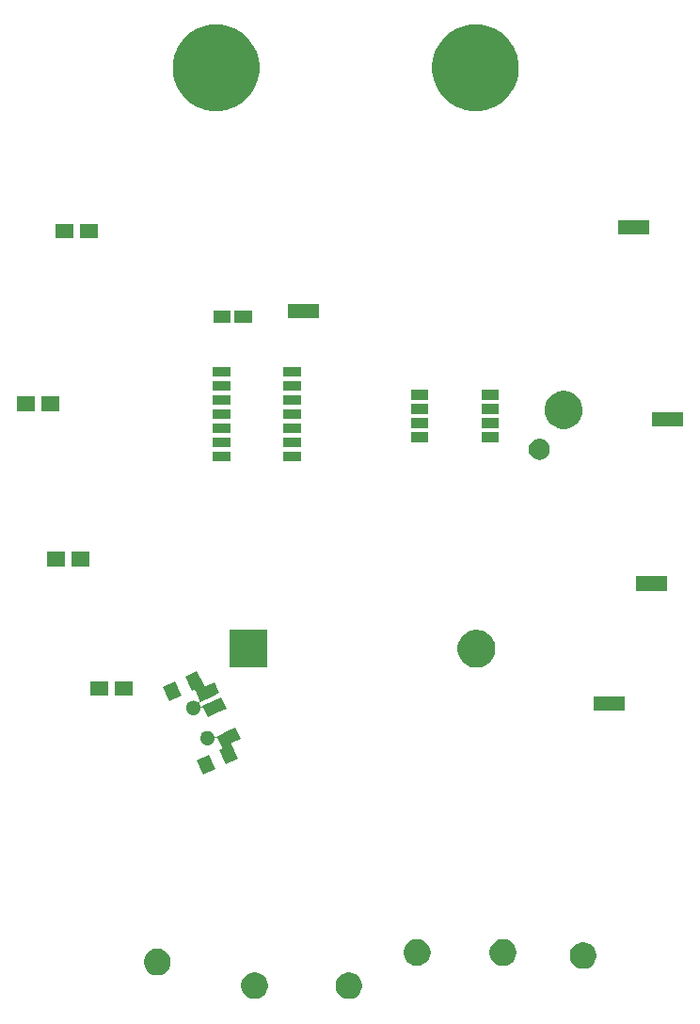
<source format=gbs>
G04 #@! TF.GenerationSoftware,KiCad,Pcbnew,(5.0.2)-1*
G04 #@! TF.CreationDate,2019-05-02T20:45:04-04:00*
G04 #@! TF.ProjectId,Badge2019,42616467-6532-4303-9139-2e6b69636164,rev?*
G04 #@! TF.SameCoordinates,Original*
G04 #@! TF.FileFunction,Soldermask,Bot*
G04 #@! TF.FilePolarity,Negative*
%FSLAX46Y46*%
G04 Gerber Fmt 4.6, Leading zero omitted, Abs format (unit mm)*
G04 Created by KiCad (PCBNEW (5.0.2)-1) date 5/2/2019 8:45:04 PM*
%MOMM*%
%LPD*%
G01*
G04 APERTURE LIST*
%ADD10C,0.100000*%
G04 APERTURE END LIST*
D10*
G36*
X207934066Y-135703855D02*
X208152452Y-135794313D01*
X208348998Y-135925641D01*
X208516139Y-136092782D01*
X208647467Y-136289328D01*
X208737925Y-136507714D01*
X208784040Y-136739549D01*
X208784040Y-136975931D01*
X208737925Y-137207766D01*
X208647467Y-137426152D01*
X208516139Y-137622698D01*
X208348998Y-137789839D01*
X208152452Y-137921167D01*
X207934066Y-138011625D01*
X207702231Y-138057740D01*
X207465849Y-138057740D01*
X207234014Y-138011625D01*
X207015628Y-137921167D01*
X206819082Y-137789839D01*
X206651941Y-137622698D01*
X206520613Y-137426152D01*
X206430155Y-137207766D01*
X206384040Y-136975931D01*
X206384040Y-136739549D01*
X206430155Y-136507714D01*
X206520613Y-136289328D01*
X206651941Y-136092782D01*
X206819082Y-135925641D01*
X207015628Y-135794313D01*
X207234014Y-135703855D01*
X207465849Y-135657740D01*
X207702231Y-135657740D01*
X207934066Y-135703855D01*
X207934066Y-135703855D01*
G37*
G36*
X199445386Y-135688615D02*
X199663772Y-135779073D01*
X199860318Y-135910401D01*
X200027459Y-136077542D01*
X200158787Y-136274088D01*
X200249245Y-136492474D01*
X200295360Y-136724309D01*
X200295360Y-136960691D01*
X200249245Y-137192526D01*
X200158787Y-137410912D01*
X200027459Y-137607458D01*
X199860318Y-137774599D01*
X199663772Y-137905927D01*
X199445386Y-137996385D01*
X199213551Y-138042500D01*
X198977169Y-138042500D01*
X198745334Y-137996385D01*
X198526948Y-137905927D01*
X198330402Y-137774599D01*
X198163261Y-137607458D01*
X198031933Y-137410912D01*
X197941475Y-137192526D01*
X197895360Y-136960691D01*
X197895360Y-136724309D01*
X197941475Y-136492474D01*
X198031933Y-136274088D01*
X198163261Y-136077542D01*
X198330402Y-135910401D01*
X198526948Y-135779073D01*
X198745334Y-135688615D01*
X198977169Y-135642500D01*
X199213551Y-135642500D01*
X199445386Y-135688615D01*
X199445386Y-135688615D01*
G37*
G36*
X190687466Y-133567715D02*
X190905852Y-133658173D01*
X191102398Y-133789501D01*
X191269539Y-133956642D01*
X191400867Y-134153188D01*
X191491325Y-134371574D01*
X191537440Y-134603409D01*
X191537440Y-134839791D01*
X191491325Y-135071626D01*
X191400867Y-135290012D01*
X191269539Y-135486558D01*
X191102398Y-135653699D01*
X190905852Y-135785027D01*
X190687466Y-135875485D01*
X190455631Y-135921600D01*
X190219249Y-135921600D01*
X189987414Y-135875485D01*
X189769028Y-135785027D01*
X189572482Y-135653699D01*
X189405341Y-135486558D01*
X189274013Y-135290012D01*
X189183555Y-135071626D01*
X189137440Y-134839791D01*
X189137440Y-134603409D01*
X189183555Y-134371574D01*
X189274013Y-134153188D01*
X189405341Y-133956642D01*
X189572482Y-133789501D01*
X189769028Y-133658173D01*
X189987414Y-133567715D01*
X190219249Y-133521600D01*
X190455631Y-133521600D01*
X190687466Y-133567715D01*
X190687466Y-133567715D01*
G37*
G36*
X229010986Y-132980975D02*
X229229372Y-133071433D01*
X229425918Y-133202761D01*
X229593059Y-133369902D01*
X229724387Y-133566448D01*
X229814845Y-133784834D01*
X229860960Y-134016669D01*
X229860960Y-134253051D01*
X229814845Y-134484886D01*
X229724387Y-134703272D01*
X229593059Y-134899818D01*
X229425918Y-135066959D01*
X229229372Y-135198287D01*
X229010986Y-135288745D01*
X228779151Y-135334860D01*
X228542769Y-135334860D01*
X228310934Y-135288745D01*
X228092548Y-135198287D01*
X227896002Y-135066959D01*
X227728861Y-134899818D01*
X227597533Y-134703272D01*
X227507075Y-134484886D01*
X227460960Y-134253051D01*
X227460960Y-134016669D01*
X227507075Y-133784834D01*
X227597533Y-133566448D01*
X227728861Y-133369902D01*
X227896002Y-133202761D01*
X228092548Y-133071433D01*
X228310934Y-132980975D01*
X228542769Y-132934860D01*
X228779151Y-132934860D01*
X229010986Y-132980975D01*
X229010986Y-132980975D01*
G37*
G36*
X221797386Y-132716815D02*
X222015772Y-132807273D01*
X222212318Y-132938601D01*
X222379459Y-133105742D01*
X222510787Y-133302288D01*
X222601245Y-133520674D01*
X222647360Y-133752509D01*
X222647360Y-133988891D01*
X222601245Y-134220726D01*
X222510787Y-134439112D01*
X222379459Y-134635658D01*
X222212318Y-134802799D01*
X222015772Y-134934127D01*
X221797386Y-135024585D01*
X221565551Y-135070700D01*
X221329169Y-135070700D01*
X221097334Y-135024585D01*
X220878948Y-134934127D01*
X220682402Y-134802799D01*
X220515261Y-134635658D01*
X220383933Y-134439112D01*
X220293475Y-134220726D01*
X220247360Y-133988891D01*
X220247360Y-133752509D01*
X220293475Y-133520674D01*
X220383933Y-133302288D01*
X220515261Y-133105742D01*
X220682402Y-132938601D01*
X220878948Y-132807273D01*
X221097334Y-132716815D01*
X221329169Y-132670700D01*
X221565551Y-132670700D01*
X221797386Y-132716815D01*
X221797386Y-132716815D01*
G37*
G36*
X214070706Y-132706655D02*
X214289092Y-132797113D01*
X214485638Y-132928441D01*
X214652779Y-133095582D01*
X214784107Y-133292128D01*
X214874565Y-133510514D01*
X214920680Y-133742349D01*
X214920680Y-133978731D01*
X214874565Y-134210566D01*
X214784107Y-134428952D01*
X214652779Y-134625498D01*
X214485638Y-134792639D01*
X214289092Y-134923967D01*
X214070706Y-135014425D01*
X213838871Y-135060540D01*
X213602489Y-135060540D01*
X213370654Y-135014425D01*
X213152268Y-134923967D01*
X212955722Y-134792639D01*
X212788581Y-134625498D01*
X212657253Y-134428952D01*
X212566795Y-134210566D01*
X212520680Y-133978731D01*
X212520680Y-133742349D01*
X212566795Y-133510514D01*
X212657253Y-133292128D01*
X212788581Y-133095582D01*
X212955722Y-132928441D01*
X213152268Y-132797113D01*
X213370654Y-132706655D01*
X213602489Y-132660540D01*
X213838871Y-132660540D01*
X214070706Y-132706655D01*
X214070706Y-132706655D01*
G37*
G36*
X195596815Y-117379093D02*
X194509245Y-117886235D01*
X193917579Y-116617403D01*
X195005149Y-116110261D01*
X195596815Y-117379093D01*
X195596815Y-117379093D01*
G37*
G36*
X197851004Y-114617710D02*
X197057984Y-114987501D01*
X197036897Y-114999983D01*
X197018651Y-115016340D01*
X197003947Y-115035942D01*
X196993349Y-115058036D01*
X196987266Y-115081774D01*
X196985930Y-115106241D01*
X196989393Y-115130500D01*
X196997523Y-115153616D01*
X197599755Y-116445106D01*
X196512185Y-116952248D01*
X195920519Y-115683417D01*
X196079123Y-115609459D01*
X196100210Y-115596976D01*
X196118456Y-115580619D01*
X196133160Y-115561017D01*
X196143758Y-115538923D01*
X196149841Y-115515186D01*
X196151177Y-115490718D01*
X196147714Y-115466459D01*
X196139584Y-115443343D01*
X195733794Y-114573124D01*
X195721312Y-114552037D01*
X195704955Y-114533791D01*
X195685353Y-114519087D01*
X195663258Y-114508489D01*
X195639521Y-114502406D01*
X195615054Y-114501070D01*
X195590795Y-114504533D01*
X195567679Y-114512663D01*
X195546592Y-114525145D01*
X195528346Y-114541502D01*
X195513642Y-114561104D01*
X195503044Y-114583199D01*
X195496961Y-114606936D01*
X195495506Y-114625951D01*
X195495506Y-114648827D01*
X195470527Y-114774403D01*
X195421529Y-114892696D01*
X195350392Y-114999160D01*
X195259860Y-115089692D01*
X195153396Y-115160829D01*
X195069751Y-115195476D01*
X195035104Y-115209827D01*
X194993244Y-115218153D01*
X194909527Y-115234806D01*
X194781485Y-115234806D01*
X194697768Y-115218153D01*
X194655908Y-115209827D01*
X194621261Y-115195476D01*
X194537616Y-115160829D01*
X194431152Y-115089692D01*
X194340620Y-114999160D01*
X194269483Y-114892696D01*
X194220485Y-114774403D01*
X194195506Y-114648827D01*
X194195506Y-114520785D01*
X194213514Y-114430255D01*
X194220485Y-114395208D01*
X194234836Y-114360561D01*
X194269483Y-114276916D01*
X194340620Y-114170452D01*
X194431152Y-114079920D01*
X194537616Y-114008783D01*
X194621261Y-113974136D01*
X194655908Y-113959785D01*
X194697768Y-113951459D01*
X194781485Y-113934806D01*
X194909527Y-113934806D01*
X194993244Y-113951459D01*
X195035104Y-113959785D01*
X195069751Y-113974136D01*
X195153396Y-114008783D01*
X195259860Y-114079920D01*
X195350392Y-114170452D01*
X195421528Y-114276915D01*
X195461807Y-114374157D01*
X195473358Y-114395767D01*
X195488904Y-114414709D01*
X195507846Y-114430255D01*
X195529457Y-114441806D01*
X195552906Y-114448919D01*
X195577292Y-114451321D01*
X195601678Y-114448919D01*
X195630119Y-114439609D01*
X196739406Y-113922340D01*
X197386123Y-113620771D01*
X197386124Y-113620771D01*
X197851004Y-114617710D01*
X197851004Y-114617710D01*
G37*
G36*
X194525206Y-109851717D02*
X194537688Y-109872804D01*
X194554045Y-109891050D01*
X194573647Y-109905754D01*
X194595741Y-109916352D01*
X194619479Y-109922435D01*
X194643946Y-109923771D01*
X194668205Y-109920308D01*
X194691318Y-109912179D01*
X195484341Y-109542386D01*
X195484342Y-109542386D01*
X195949222Y-110539325D01*
X195350915Y-110818320D01*
X194227237Y-111342300D01*
X194193325Y-111358113D01*
X194172238Y-111370595D01*
X194153992Y-111386952D01*
X194139288Y-111406554D01*
X194128690Y-111428648D01*
X194122607Y-111452386D01*
X194121271Y-111476853D01*
X194124734Y-111501112D01*
X194132864Y-111524228D01*
X194142218Y-111540846D01*
X194153673Y-111557989D01*
X194193952Y-111655233D01*
X194205503Y-111676844D01*
X194221048Y-111695786D01*
X194239991Y-111711332D01*
X194261601Y-111722883D01*
X194285050Y-111729996D01*
X194309437Y-111732398D01*
X194333823Y-111729996D01*
X194362264Y-111720686D01*
X195494532Y-111192701D01*
X196118268Y-110901848D01*
X196118269Y-110901848D01*
X196583149Y-111898787D01*
X195765135Y-112280233D01*
X194861164Y-112701762D01*
X194861163Y-112701762D01*
X194465939Y-111854201D01*
X194453457Y-111833114D01*
X194437100Y-111814868D01*
X194417498Y-111800164D01*
X194395404Y-111789566D01*
X194371666Y-111783483D01*
X194347199Y-111782147D01*
X194322940Y-111785610D01*
X194299824Y-111793740D01*
X194278737Y-111806222D01*
X194260491Y-111822579D01*
X194245787Y-111842181D01*
X194235189Y-111864275D01*
X194229106Y-111888013D01*
X194227651Y-111907028D01*
X194227651Y-111929903D01*
X194202672Y-112055479D01*
X194153674Y-112173772D01*
X194082537Y-112280236D01*
X193992005Y-112370768D01*
X193885541Y-112441905D01*
X193801896Y-112476552D01*
X193767249Y-112490903D01*
X193725389Y-112499229D01*
X193641672Y-112515882D01*
X193513630Y-112515882D01*
X193429913Y-112499229D01*
X193388053Y-112490903D01*
X193353406Y-112476552D01*
X193269761Y-112441905D01*
X193163297Y-112370768D01*
X193072765Y-112280236D01*
X193001628Y-112173772D01*
X192952630Y-112055479D01*
X192927651Y-111929903D01*
X192927651Y-111801861D01*
X192952630Y-111676285D01*
X193001628Y-111557992D01*
X193072765Y-111451528D01*
X193163297Y-111360996D01*
X193269761Y-111289859D01*
X193353406Y-111255212D01*
X193388053Y-111240861D01*
X193429913Y-111232535D01*
X193513630Y-111215882D01*
X193641672Y-111215882D01*
X193725389Y-111232535D01*
X193767249Y-111240861D01*
X193801896Y-111255212D01*
X193885541Y-111289859D01*
X193974743Y-111349462D01*
X193996354Y-111361013D01*
X194019803Y-111368126D01*
X194044189Y-111370528D01*
X194068576Y-111368126D01*
X194092025Y-111361013D01*
X194113636Y-111349462D01*
X194132578Y-111333916D01*
X194148123Y-111314974D01*
X194159674Y-111293363D01*
X194166787Y-111269914D01*
X194169189Y-111245528D01*
X194166787Y-111221141D01*
X194157478Y-111192701D01*
X194021851Y-110901848D01*
X193762357Y-110345361D01*
X193751792Y-110322703D01*
X193739309Y-110301616D01*
X193722952Y-110283370D01*
X193703350Y-110268666D01*
X193681256Y-110258068D01*
X193657519Y-110251985D01*
X193633051Y-110250649D01*
X193608792Y-110254112D01*
X193585676Y-110262242D01*
X193427071Y-110336201D01*
X192835405Y-109067369D01*
X193922975Y-108560227D01*
X194525206Y-109851717D01*
X194525206Y-109851717D01*
G37*
G36*
X232414420Y-112107320D02*
X229601420Y-112107320D01*
X229601420Y-110818320D01*
X232414420Y-110818320D01*
X232414420Y-112107320D01*
X232414420Y-112107320D01*
G37*
G36*
X192511701Y-110763046D02*
X191424131Y-111270188D01*
X190832465Y-110001356D01*
X191920035Y-109494214D01*
X192511701Y-110763046D01*
X192511701Y-110763046D01*
G37*
G36*
X188115020Y-110761540D02*
X186515020Y-110761540D01*
X186515020Y-109461540D01*
X188115020Y-109461540D01*
X188115020Y-110761540D01*
X188115020Y-110761540D01*
G37*
G36*
X185915020Y-110761540D02*
X184315020Y-110761540D01*
X184315020Y-109461540D01*
X185915020Y-109461540D01*
X185915020Y-110761540D01*
X185915020Y-110761540D01*
G37*
G36*
X200264500Y-108237760D02*
X196864500Y-108237760D01*
X196864500Y-104837760D01*
X200264500Y-104837760D01*
X200264500Y-108237760D01*
X200264500Y-108237760D01*
G37*
G36*
X219440893Y-104881313D02*
X219550372Y-104903090D01*
X219859752Y-105031239D01*
X220138187Y-105217283D01*
X220374977Y-105454073D01*
X220561021Y-105732508D01*
X220689170Y-106041888D01*
X220754500Y-106370325D01*
X220754500Y-106705195D01*
X220689170Y-107033632D01*
X220561021Y-107343012D01*
X220374977Y-107621447D01*
X220138187Y-107858237D01*
X219859752Y-108044281D01*
X219550372Y-108172430D01*
X219440893Y-108194207D01*
X219221937Y-108237760D01*
X218887063Y-108237760D01*
X218668107Y-108194207D01*
X218558628Y-108172430D01*
X218249248Y-108044281D01*
X217970813Y-107858237D01*
X217734023Y-107621447D01*
X217547979Y-107343012D01*
X217419830Y-107033632D01*
X217354500Y-106705195D01*
X217354500Y-106370325D01*
X217419830Y-106041888D01*
X217547979Y-105732508D01*
X217734023Y-105454073D01*
X217970813Y-105217283D01*
X218249248Y-105031239D01*
X218558628Y-104903090D01*
X218668107Y-104881313D01*
X218887063Y-104837760D01*
X219221937Y-104837760D01*
X219440893Y-104881313D01*
X219440893Y-104881313D01*
G37*
G36*
X236204100Y-101317400D02*
X233391100Y-101317400D01*
X233391100Y-100028400D01*
X236204100Y-100028400D01*
X236204100Y-101317400D01*
X236204100Y-101317400D01*
G37*
G36*
X184259300Y-99130880D02*
X182659300Y-99130880D01*
X182659300Y-97830880D01*
X184259300Y-97830880D01*
X184259300Y-99130880D01*
X184259300Y-99130880D01*
G37*
G36*
X182059300Y-99130880D02*
X180459300Y-99130880D01*
X180459300Y-97830880D01*
X182059300Y-97830880D01*
X182059300Y-99130880D01*
X182059300Y-99130880D01*
G37*
G36*
X196905220Y-89696900D02*
X195362220Y-89696900D01*
X195362220Y-88788900D01*
X196905220Y-88788900D01*
X196905220Y-89696900D01*
X196905220Y-89696900D01*
G37*
G36*
X203255220Y-89696900D02*
X201712220Y-89696900D01*
X201712220Y-88788900D01*
X203255220Y-88788900D01*
X203255220Y-89696900D01*
X203255220Y-89696900D01*
G37*
G36*
X224860871Y-87656867D02*
X224998525Y-87684248D01*
X225171414Y-87755861D01*
X225327010Y-87859827D01*
X225459333Y-87992150D01*
X225563299Y-88147746D01*
X225634912Y-88320635D01*
X225671420Y-88504173D01*
X225671420Y-88691307D01*
X225634912Y-88874845D01*
X225563299Y-89047734D01*
X225459333Y-89203330D01*
X225327010Y-89335653D01*
X225171414Y-89439619D01*
X224998525Y-89511232D01*
X224860871Y-89538613D01*
X224814988Y-89547740D01*
X224627852Y-89547740D01*
X224581969Y-89538613D01*
X224444315Y-89511232D01*
X224271426Y-89439619D01*
X224115830Y-89335653D01*
X223983507Y-89203330D01*
X223879541Y-89047734D01*
X223807928Y-88874845D01*
X223771420Y-88691307D01*
X223771420Y-88504173D01*
X223807928Y-88320635D01*
X223879541Y-88147746D01*
X223983507Y-87992150D01*
X224115830Y-87859827D01*
X224271426Y-87755861D01*
X224444315Y-87684248D01*
X224581968Y-87656867D01*
X224627852Y-87647740D01*
X224814988Y-87647740D01*
X224860871Y-87656867D01*
X224860871Y-87656867D01*
G37*
G36*
X196905220Y-88426900D02*
X195362220Y-88426900D01*
X195362220Y-87518900D01*
X196905220Y-87518900D01*
X196905220Y-88426900D01*
X196905220Y-88426900D01*
G37*
G36*
X203255220Y-88426900D02*
X201712220Y-88426900D01*
X201712220Y-87518900D01*
X203255220Y-87518900D01*
X203255220Y-88426900D01*
X203255220Y-88426900D01*
G37*
G36*
X214687760Y-87974780D02*
X213144760Y-87974780D01*
X213144760Y-87066780D01*
X214687760Y-87066780D01*
X214687760Y-87974780D01*
X214687760Y-87974780D01*
G37*
G36*
X221037760Y-87974780D02*
X219494760Y-87974780D01*
X219494760Y-87066780D01*
X221037760Y-87066780D01*
X221037760Y-87974780D01*
X221037760Y-87974780D01*
G37*
G36*
X203255220Y-87156900D02*
X201712220Y-87156900D01*
X201712220Y-86248900D01*
X203255220Y-86248900D01*
X203255220Y-87156900D01*
X203255220Y-87156900D01*
G37*
G36*
X196905220Y-87156900D02*
X195362220Y-87156900D01*
X195362220Y-86248900D01*
X196905220Y-86248900D01*
X196905220Y-87156900D01*
X196905220Y-87156900D01*
G37*
G36*
X227289673Y-83397993D02*
X227399152Y-83419770D01*
X227708532Y-83547919D01*
X227986967Y-83733963D01*
X228223757Y-83970753D01*
X228409801Y-84249188D01*
X228524783Y-84526780D01*
X228537950Y-84558569D01*
X228603280Y-84887003D01*
X228603280Y-85221877D01*
X228560931Y-85434780D01*
X228537950Y-85550312D01*
X228409801Y-85859692D01*
X228223757Y-86138127D01*
X227986967Y-86374917D01*
X227708532Y-86560961D01*
X227399152Y-86689110D01*
X227320373Y-86704780D01*
X227070717Y-86754440D01*
X226735843Y-86754440D01*
X226486187Y-86704780D01*
X226407408Y-86689110D01*
X226098028Y-86560961D01*
X225819593Y-86374917D01*
X225582803Y-86138127D01*
X225396759Y-85859692D01*
X225268610Y-85550312D01*
X225245629Y-85434780D01*
X225203280Y-85221877D01*
X225203280Y-84887003D01*
X225268610Y-84558569D01*
X225281777Y-84526780D01*
X225396759Y-84249188D01*
X225582803Y-83970753D01*
X225819593Y-83733963D01*
X226098028Y-83547919D01*
X226407408Y-83419770D01*
X226516887Y-83397993D01*
X226735843Y-83354440D01*
X227070717Y-83354440D01*
X227289673Y-83397993D01*
X227289673Y-83397993D01*
G37*
G36*
X221037760Y-86704780D02*
X219494760Y-86704780D01*
X219494760Y-85796780D01*
X221037760Y-85796780D01*
X221037760Y-86704780D01*
X221037760Y-86704780D01*
G37*
G36*
X214687760Y-86704780D02*
X213144760Y-86704780D01*
X213144760Y-85796780D01*
X214687760Y-85796780D01*
X214687760Y-86704780D01*
X214687760Y-86704780D01*
G37*
G36*
X237654440Y-86572700D02*
X234841440Y-86572700D01*
X234841440Y-85283700D01*
X237654440Y-85283700D01*
X237654440Y-86572700D01*
X237654440Y-86572700D01*
G37*
G36*
X196905220Y-85886900D02*
X195362220Y-85886900D01*
X195362220Y-84978900D01*
X196905220Y-84978900D01*
X196905220Y-85886900D01*
X196905220Y-85886900D01*
G37*
G36*
X203255220Y-85886900D02*
X201712220Y-85886900D01*
X201712220Y-84978900D01*
X203255220Y-84978900D01*
X203255220Y-85886900D01*
X203255220Y-85886900D01*
G37*
G36*
X221037760Y-85434780D02*
X219494760Y-85434780D01*
X219494760Y-84526780D01*
X221037760Y-84526780D01*
X221037760Y-85434780D01*
X221037760Y-85434780D01*
G37*
G36*
X214687760Y-85434780D02*
X213144760Y-85434780D01*
X213144760Y-84526780D01*
X214687760Y-84526780D01*
X214687760Y-85434780D01*
X214687760Y-85434780D01*
G37*
G36*
X181536420Y-85158340D02*
X179936420Y-85158340D01*
X179936420Y-83858340D01*
X181536420Y-83858340D01*
X181536420Y-85158340D01*
X181536420Y-85158340D01*
G37*
G36*
X179336420Y-85158340D02*
X177736420Y-85158340D01*
X177736420Y-83858340D01*
X179336420Y-83858340D01*
X179336420Y-85158340D01*
X179336420Y-85158340D01*
G37*
G36*
X203255220Y-84616900D02*
X201712220Y-84616900D01*
X201712220Y-83708900D01*
X203255220Y-83708900D01*
X203255220Y-84616900D01*
X203255220Y-84616900D01*
G37*
G36*
X196905220Y-84616900D02*
X195362220Y-84616900D01*
X195362220Y-83708900D01*
X196905220Y-83708900D01*
X196905220Y-84616900D01*
X196905220Y-84616900D01*
G37*
G36*
X221037760Y-84164780D02*
X219494760Y-84164780D01*
X219494760Y-83256780D01*
X221037760Y-83256780D01*
X221037760Y-84164780D01*
X221037760Y-84164780D01*
G37*
G36*
X214687760Y-84164780D02*
X213144760Y-84164780D01*
X213144760Y-83256780D01*
X214687760Y-83256780D01*
X214687760Y-84164780D01*
X214687760Y-84164780D01*
G37*
G36*
X203255220Y-83346900D02*
X201712220Y-83346900D01*
X201712220Y-82438900D01*
X203255220Y-82438900D01*
X203255220Y-83346900D01*
X203255220Y-83346900D01*
G37*
G36*
X196905220Y-83346900D02*
X195362220Y-83346900D01*
X195362220Y-82438900D01*
X196905220Y-82438900D01*
X196905220Y-83346900D01*
X196905220Y-83346900D01*
G37*
G36*
X203255220Y-82076900D02*
X201712220Y-82076900D01*
X201712220Y-81168900D01*
X203255220Y-81168900D01*
X203255220Y-82076900D01*
X203255220Y-82076900D01*
G37*
G36*
X196905220Y-82076900D02*
X195362220Y-82076900D01*
X195362220Y-81168900D01*
X196905220Y-81168900D01*
X196905220Y-82076900D01*
X196905220Y-82076900D01*
G37*
G36*
X198864160Y-77265220D02*
X197264160Y-77265220D01*
X197264160Y-76115220D01*
X198864160Y-76115220D01*
X198864160Y-77265220D01*
X198864160Y-77265220D01*
G37*
G36*
X196964160Y-77265220D02*
X195364160Y-77265220D01*
X195364160Y-76115220D01*
X196964160Y-76115220D01*
X196964160Y-77265220D01*
X196964160Y-77265220D01*
G37*
G36*
X204918920Y-76814020D02*
X202105920Y-76814020D01*
X202105920Y-75525020D01*
X204918920Y-75525020D01*
X204918920Y-76814020D01*
X204918920Y-76814020D01*
G37*
G36*
X185011140Y-69623700D02*
X183411140Y-69623700D01*
X183411140Y-68323700D01*
X185011140Y-68323700D01*
X185011140Y-69623700D01*
X185011140Y-69623700D01*
G37*
G36*
X182811140Y-69623700D02*
X181211140Y-69623700D01*
X181211140Y-68323700D01*
X182811140Y-68323700D01*
X182811140Y-69623700D01*
X182811140Y-69623700D01*
G37*
G36*
X234596280Y-69265140D02*
X231783280Y-69265140D01*
X231783280Y-67976140D01*
X234596280Y-67976140D01*
X234596280Y-69265140D01*
X234596280Y-69265140D01*
G37*
G36*
X219857291Y-50484797D02*
X220108448Y-50534755D01*
X220818203Y-50828745D01*
X221448461Y-51249871D01*
X221456968Y-51255555D01*
X222000185Y-51798772D01*
X222000187Y-51798775D01*
X222426995Y-52437537D01*
X222599654Y-52854372D01*
X222720985Y-53147293D01*
X222870860Y-53900762D01*
X222870860Y-54668998D01*
X222827918Y-54884880D01*
X222720985Y-55422468D01*
X222426995Y-56132223D01*
X222005869Y-56762481D01*
X222000185Y-56770988D01*
X221456968Y-57314205D01*
X221456965Y-57314207D01*
X220818203Y-57741015D01*
X220108448Y-58035005D01*
X219857291Y-58084963D01*
X219354978Y-58184880D01*
X218586742Y-58184880D01*
X218084429Y-58084963D01*
X217833272Y-58035005D01*
X217123517Y-57741015D01*
X216484755Y-57314207D01*
X216484752Y-57314205D01*
X215941535Y-56770988D01*
X215935851Y-56762481D01*
X215514725Y-56132223D01*
X215220735Y-55422468D01*
X215113802Y-54884880D01*
X215070860Y-54668998D01*
X215070860Y-53900762D01*
X215220735Y-53147293D01*
X215342067Y-52854372D01*
X215514725Y-52437537D01*
X215941533Y-51798775D01*
X215941535Y-51798772D01*
X216484752Y-51255555D01*
X216493259Y-51249871D01*
X217123517Y-50828745D01*
X217833272Y-50534755D01*
X218084429Y-50484797D01*
X218586742Y-50384880D01*
X219354978Y-50384880D01*
X219857291Y-50484797D01*
X219857291Y-50484797D01*
G37*
G36*
X196517231Y-50484797D02*
X196768388Y-50534755D01*
X197478143Y-50828745D01*
X198108401Y-51249871D01*
X198116908Y-51255555D01*
X198660125Y-51798772D01*
X198660127Y-51798775D01*
X199086935Y-52437537D01*
X199259594Y-52854372D01*
X199380925Y-53147293D01*
X199530800Y-53900762D01*
X199530800Y-54668998D01*
X199487858Y-54884880D01*
X199380925Y-55422468D01*
X199086935Y-56132223D01*
X198665809Y-56762481D01*
X198660125Y-56770988D01*
X198116908Y-57314205D01*
X198116905Y-57314207D01*
X197478143Y-57741015D01*
X196768388Y-58035005D01*
X196517231Y-58084963D01*
X196014918Y-58184880D01*
X195246682Y-58184880D01*
X194744369Y-58084963D01*
X194493212Y-58035005D01*
X193783457Y-57741015D01*
X193144695Y-57314207D01*
X193144692Y-57314205D01*
X192601475Y-56770988D01*
X192595791Y-56762481D01*
X192174665Y-56132223D01*
X191880675Y-55422468D01*
X191773742Y-54884880D01*
X191730800Y-54668998D01*
X191730800Y-53900762D01*
X191880675Y-53147293D01*
X192002007Y-52854372D01*
X192174665Y-52437537D01*
X192601473Y-51798775D01*
X192601475Y-51798772D01*
X193144692Y-51255555D01*
X193153199Y-51249871D01*
X193783457Y-50828745D01*
X194493212Y-50534755D01*
X194744369Y-50484797D01*
X195246682Y-50384880D01*
X196014918Y-50384880D01*
X196517231Y-50484797D01*
X196517231Y-50484797D01*
G37*
M02*

</source>
